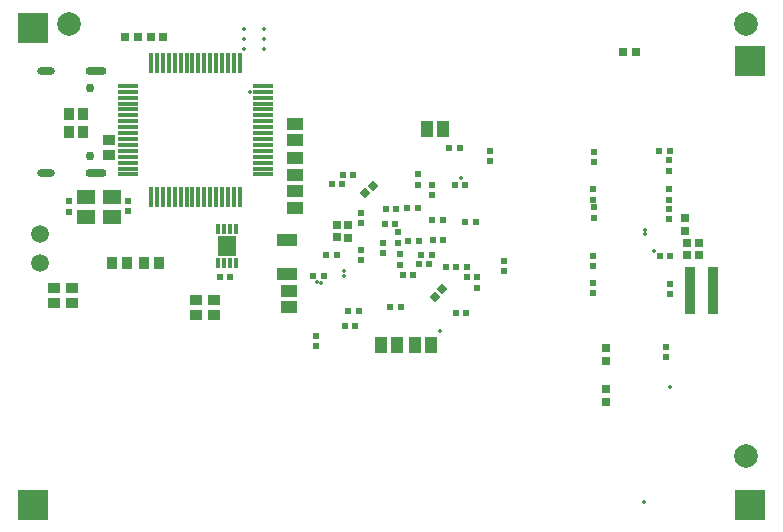
<source format=gbs>
G04*
G04 #@! TF.GenerationSoftware,Altium Limited,Altium Designer,21.4.1 (30)*
G04*
G04 Layer_Color=16711935*
%FSLAX25Y25*%
%MOIN*%
G70*
G04*
G04 #@! TF.SameCoordinates,690C2B1C-B9AF-4ECE-B77D-8E73C62371D7*
G04*
G04*
G04 #@! TF.FilePolarity,Negative*
G04*
G01*
G75*
%ADD23R,0.03353X0.04337*%
%ADD25R,0.05715X0.04140*%
%ADD44R,0.02762X0.02762*%
%ADD49R,0.02447X0.02447*%
%ADD50R,0.02762X0.02762*%
%ADD53R,0.02447X0.02447*%
%ADD54R,0.04140X0.05715*%
%ADD55R,0.09843X0.09843*%
%ADD56C,0.02959*%
%ADD57O,0.05912X0.02762*%
%ADD58O,0.07093X0.02762*%
%ADD59C,0.07874*%
%ADD60C,0.05906*%
%ADD61C,0.01384*%
%ADD125R,0.07093X0.04140*%
%ADD126R,0.03353X0.01975*%
G04:AMPARAMS|DCode=127|XSize=65.42mil|YSize=15.02mil|CornerRadius=3.38mil|HoleSize=0mil|Usage=FLASHONLY|Rotation=0.000|XOffset=0mil|YOffset=0mil|HoleType=Round|Shape=RoundedRectangle|*
%AMROUNDEDRECTD127*
21,1,0.06542,0.00827,0,0,0.0*
21,1,0.05866,0.01502,0,0,0.0*
1,1,0.00676,0.02933,-0.00413*
1,1,0.00676,-0.02933,-0.00413*
1,1,0.00676,-0.02933,0.00413*
1,1,0.00676,0.02933,0.00413*
%
%ADD127ROUNDEDRECTD127*%
G04:AMPARAMS|DCode=128|XSize=65.42mil|YSize=15.02mil|CornerRadius=3.38mil|HoleSize=0mil|Usage=FLASHONLY|Rotation=270.000|XOffset=0mil|YOffset=0mil|HoleType=Round|Shape=RoundedRectangle|*
%AMROUNDEDRECTD128*
21,1,0.06542,0.00827,0,0,270.0*
21,1,0.05866,0.01502,0,0,270.0*
1,1,0.00676,-0.00413,-0.02933*
1,1,0.00676,-0.00413,0.02933*
1,1,0.00676,0.00413,0.02933*
1,1,0.00676,0.00413,-0.02933*
%
%ADD128ROUNDEDRECTD128*%
%ADD129R,0.01424X0.03707*%
%ADD130R,0.06404X0.07093*%
%ADD131R,0.05912X0.05124*%
%ADD132R,0.04337X0.03353*%
%ADD133P,0.03461X4X360.0*%
D23*
X25161Y138300D02*
D03*
X20239D02*
D03*
X50260Y88800D02*
D03*
X45339D02*
D03*
X39760D02*
D03*
X34839D02*
D03*
X25161Y132300D02*
D03*
X20239D02*
D03*
D25*
X95600Y118144D02*
D03*
Y123656D02*
D03*
X95700Y135212D02*
D03*
Y129700D02*
D03*
X93700Y79500D02*
D03*
Y73988D02*
D03*
X95584Y107188D02*
D03*
Y112700D02*
D03*
D44*
X225700Y99400D02*
D03*
Y103600D02*
D03*
X109695Y97274D02*
D03*
Y101474D02*
D03*
X113300Y97200D02*
D03*
Y101400D02*
D03*
X199500Y56100D02*
D03*
Y60300D02*
D03*
Y46700D02*
D03*
Y42500D02*
D03*
D49*
X217335Y91000D02*
D03*
X220800D02*
D03*
X217137Y125967D02*
D03*
X220602D02*
D03*
X136932Y96200D02*
D03*
X133467D02*
D03*
X145941Y87234D02*
D03*
X149405D02*
D03*
X141467Y103100D02*
D03*
X144932D02*
D03*
X137768Y91300D02*
D03*
X141232D02*
D03*
X136973Y88434D02*
D03*
X140437D02*
D03*
X125873Y106634D02*
D03*
X129337D02*
D03*
X136605Y107034D02*
D03*
X133141D02*
D03*
X105232Y84400D02*
D03*
X101768D02*
D03*
X113468Y72700D02*
D03*
X116932D02*
D03*
X112241Y67634D02*
D03*
X115705D02*
D03*
X150605Y127134D02*
D03*
X147141D02*
D03*
X152332Y114700D02*
D03*
X148867D02*
D03*
X145005Y96334D02*
D03*
X141541D02*
D03*
X155873Y102334D02*
D03*
X152408D02*
D03*
X129105Y101834D02*
D03*
X125641D02*
D03*
X131641Y84634D02*
D03*
X135105D02*
D03*
X152705Y72134D02*
D03*
X149241D02*
D03*
X106141Y91534D02*
D03*
X109605D02*
D03*
X111468Y115122D02*
D03*
X108003D02*
D03*
X111541Y117934D02*
D03*
X115005D02*
D03*
X127481Y73886D02*
D03*
X130945D02*
D03*
X70667Y84200D02*
D03*
X74132D02*
D03*
D50*
X230400Y91300D02*
D03*
X226200D02*
D03*
Y95400D02*
D03*
X230400D02*
D03*
X209199Y159186D02*
D03*
X204999D02*
D03*
X51800Y163900D02*
D03*
X47600D02*
D03*
X43300D02*
D03*
X39100D02*
D03*
D53*
X195222Y103768D02*
D03*
Y107233D02*
D03*
X220419Y113217D02*
D03*
Y109752D02*
D03*
X195169Y109835D02*
D03*
Y113300D02*
D03*
X194900Y82132D02*
D03*
Y78668D02*
D03*
X220469Y103235D02*
D03*
Y106700D02*
D03*
X195222Y125815D02*
D03*
Y122351D02*
D03*
X220670Y81700D02*
D03*
Y78235D02*
D03*
X220400Y119468D02*
D03*
Y122932D02*
D03*
X195000Y87700D02*
D03*
Y91164D02*
D03*
X141473Y114867D02*
D03*
Y111402D02*
D03*
X117700Y93132D02*
D03*
Y89668D02*
D03*
X117600Y105432D02*
D03*
Y101968D02*
D03*
X130773Y88134D02*
D03*
Y91599D02*
D03*
X129900Y98900D02*
D03*
Y95435D02*
D03*
X125000Y91968D02*
D03*
Y95432D02*
D03*
X102800Y64464D02*
D03*
Y61000D02*
D03*
X136800Y118232D02*
D03*
Y114768D02*
D03*
X160773Y126167D02*
D03*
Y122702D02*
D03*
X156273Y83967D02*
D03*
Y80502D02*
D03*
X152873Y83902D02*
D03*
Y87367D02*
D03*
X165273Y86070D02*
D03*
Y89534D02*
D03*
X219500Y57368D02*
D03*
Y60832D02*
D03*
X40000Y109532D02*
D03*
Y106068D02*
D03*
X20400Y105768D02*
D03*
Y109232D02*
D03*
D54*
X145156Y133300D02*
D03*
X139644D02*
D03*
X124227Y61400D02*
D03*
X129739D02*
D03*
X141112D02*
D03*
X135600D02*
D03*
D55*
X8500Y8200D02*
D03*
Y167200D02*
D03*
X247400Y156100D02*
D03*
Y8200D02*
D03*
D56*
X27300Y147215D02*
D03*
Y124459D02*
D03*
D57*
X12812Y118829D02*
D03*
Y152845D02*
D03*
D58*
X29268Y118829D02*
D03*
Y152845D02*
D03*
D59*
X20300Y168400D02*
D03*
X245900D02*
D03*
Y24400D02*
D03*
D60*
X10800Y88800D02*
D03*
Y98400D02*
D03*
D61*
X150900Y117100D02*
D03*
X212300Y99783D02*
D03*
Y98300D02*
D03*
X144000Y66000D02*
D03*
X111961Y86162D02*
D03*
X112061Y84462D02*
D03*
X104508Y81900D02*
D03*
X103092Y82340D02*
D03*
X211945Y8949D02*
D03*
X215200Y92800D02*
D03*
X85500Y160100D02*
D03*
X85425Y163317D02*
D03*
Y166860D02*
D03*
X80800Y145700D02*
D03*
X78575Y166868D02*
D03*
Y163324D02*
D03*
Y160175D02*
D03*
X220600Y47300D02*
D03*
D125*
X93000Y85000D02*
D03*
Y96417D02*
D03*
D126*
X227500Y72657D02*
D03*
Y74626D02*
D03*
Y76594D02*
D03*
Y78563D02*
D03*
Y80531D02*
D03*
Y82500D02*
D03*
Y84468D02*
D03*
Y86437D02*
D03*
X234980Y72657D02*
D03*
Y74626D02*
D03*
Y76594D02*
D03*
Y78563D02*
D03*
Y80531D02*
D03*
Y82500D02*
D03*
Y84468D02*
D03*
Y86437D02*
D03*
D127*
X84862Y118236D02*
D03*
Y120205D02*
D03*
Y122173D02*
D03*
Y124142D02*
D03*
Y126110D02*
D03*
Y128079D02*
D03*
Y130047D02*
D03*
Y132016D02*
D03*
Y133984D02*
D03*
Y135953D02*
D03*
Y137921D02*
D03*
Y139890D02*
D03*
Y141858D02*
D03*
Y143827D02*
D03*
Y145795D02*
D03*
Y147764D02*
D03*
X40138D02*
D03*
Y145795D02*
D03*
Y143827D02*
D03*
Y141858D02*
D03*
Y139890D02*
D03*
Y137921D02*
D03*
Y135953D02*
D03*
Y133984D02*
D03*
Y132016D02*
D03*
Y130047D02*
D03*
Y128079D02*
D03*
Y126110D02*
D03*
Y124142D02*
D03*
Y122173D02*
D03*
Y120205D02*
D03*
Y118236D02*
D03*
D128*
X47736Y110638D02*
D03*
X49705D02*
D03*
X51673D02*
D03*
X53641D02*
D03*
X55610D02*
D03*
X57578D02*
D03*
X59547D02*
D03*
X61516D02*
D03*
X63484D02*
D03*
X65453D02*
D03*
X67421D02*
D03*
X69390D02*
D03*
X71358D02*
D03*
X73327D02*
D03*
X75295D02*
D03*
X77264D02*
D03*
Y155362D02*
D03*
X75295D02*
D03*
X73327D02*
D03*
X71358D02*
D03*
X69390D02*
D03*
X67421D02*
D03*
X65453D02*
D03*
X63484D02*
D03*
X61516D02*
D03*
X59547D02*
D03*
X57578D02*
D03*
X55610D02*
D03*
X53641D02*
D03*
X51673D02*
D03*
X49705D02*
D03*
X47736D02*
D03*
D129*
X70147Y100150D02*
D03*
X72116D02*
D03*
X74084D02*
D03*
X76053D02*
D03*
X74084Y88850D02*
D03*
X72116D02*
D03*
X70147D02*
D03*
X76053D02*
D03*
D130*
X73100Y94500D02*
D03*
D131*
X34727Y110691D02*
D03*
Y103998D02*
D03*
X26066Y110691D02*
D03*
Y103998D02*
D03*
D132*
X15200Y80361D02*
D03*
Y75439D02*
D03*
X68800Y71339D02*
D03*
Y76261D02*
D03*
X21400Y75439D02*
D03*
Y80361D02*
D03*
X62800Y76261D02*
D03*
Y71339D02*
D03*
X33600Y124779D02*
D03*
Y129700D02*
D03*
D133*
X121598Y114359D02*
D03*
X119148Y111909D02*
D03*
X142348Y77509D02*
D03*
X144798Y79959D02*
D03*
M02*

</source>
